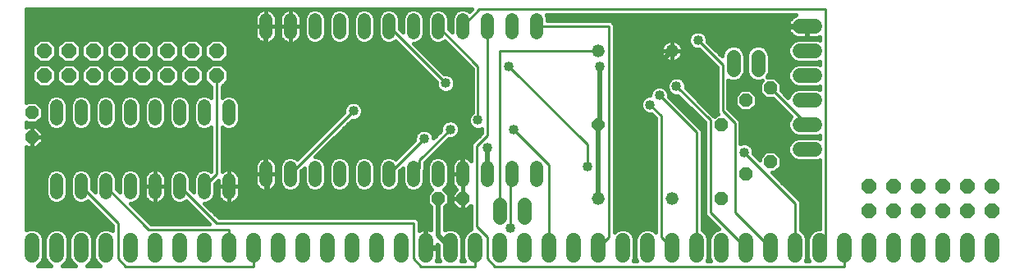
<source format=gbl>
G75*
%MOIN*%
%OFA0B0*%
%FSLAX24Y24*%
%IPPOS*%
%LPD*%
%AMOC8*
5,1,8,0,0,1.08239X$1,22.5*
%
%ADD10C,0.0520*%
%ADD11C,0.0600*%
%ADD12OC8,0.0600*%
%ADD13OC8,0.0520*%
%ADD14C,0.0520*%
%ADD15C,0.0560*%
%ADD16OC8,0.0515*%
%ADD17C,0.0200*%
%ADD18C,0.0400*%
%ADD19C,0.0160*%
%ADD20C,0.0100*%
D10*
X001680Y003420D02*
X001680Y003940D01*
X002680Y003940D02*
X002680Y003420D01*
X003680Y003420D02*
X003680Y003940D01*
X004680Y003940D02*
X004680Y003420D01*
X005680Y003420D02*
X005680Y003940D01*
X006680Y003940D02*
X006680Y003420D01*
X007680Y003420D02*
X007680Y003940D01*
X008680Y003940D02*
X008680Y003420D01*
X010180Y003920D02*
X010180Y004440D01*
X011180Y004440D02*
X011180Y003920D01*
X012180Y003920D02*
X012180Y004440D01*
X013180Y004440D02*
X013180Y003920D01*
X014180Y003920D02*
X014180Y004440D01*
X015180Y004440D02*
X015180Y003920D01*
X016180Y003920D02*
X016180Y004440D01*
X017180Y004440D02*
X017180Y003920D01*
X018180Y003920D02*
X018180Y004440D01*
X019180Y004440D02*
X019180Y003920D01*
X020180Y003920D02*
X020180Y004440D01*
X021180Y004440D02*
X021180Y003920D01*
X008680Y006420D02*
X008680Y006940D01*
X007680Y006940D02*
X007680Y006420D01*
X006680Y006420D02*
X006680Y006940D01*
X005680Y006940D02*
X005680Y006420D01*
X004680Y006420D02*
X004680Y006940D01*
X003680Y006940D02*
X003680Y006420D01*
X002680Y006420D02*
X002680Y006940D01*
X001680Y006940D02*
X001680Y006420D01*
X010180Y009920D02*
X010180Y010440D01*
X011180Y010440D02*
X011180Y009920D01*
X012180Y009920D02*
X012180Y010440D01*
X013180Y010440D02*
X013180Y009920D01*
X014180Y009920D02*
X014180Y010440D01*
X015180Y010440D02*
X015180Y009920D01*
X016180Y009920D02*
X016180Y010440D01*
X017180Y010440D02*
X017180Y009920D01*
X018180Y009920D02*
X018180Y010440D01*
X019180Y010440D02*
X019180Y009920D01*
X020180Y009920D02*
X020180Y010440D01*
X021180Y010440D02*
X021180Y009920D01*
D11*
X031880Y010180D02*
X032480Y010180D01*
X032480Y009180D02*
X031880Y009180D01*
X031880Y008180D02*
X032480Y008180D01*
X032480Y007180D02*
X031880Y007180D01*
X031880Y006180D02*
X032480Y006180D01*
X032480Y005180D02*
X031880Y005180D01*
X031680Y001480D02*
X031680Y000880D01*
X030680Y000880D02*
X030680Y001480D01*
X029680Y001480D02*
X029680Y000880D01*
X028680Y000880D02*
X028680Y001480D01*
X027680Y001480D02*
X027680Y000880D01*
X026680Y000880D02*
X026680Y001480D01*
X025680Y001480D02*
X025680Y000880D01*
X024680Y000880D02*
X024680Y001480D01*
X023680Y001480D02*
X023680Y000880D01*
X022680Y000880D02*
X022680Y001480D01*
X021680Y001480D02*
X021680Y000880D01*
X020680Y000880D02*
X020680Y001480D01*
X019680Y001480D02*
X019680Y000880D01*
X018680Y000880D02*
X018680Y001480D01*
X017680Y001480D02*
X017680Y000880D01*
X016680Y000880D02*
X016680Y001480D01*
X015680Y001480D02*
X015680Y000880D01*
X014680Y000880D02*
X014680Y001480D01*
X013680Y001480D02*
X013680Y000880D01*
X012680Y000880D02*
X012680Y001480D01*
X011680Y001480D02*
X011680Y000880D01*
X010680Y000880D02*
X010680Y001480D01*
X009680Y001480D02*
X009680Y000880D01*
X008680Y000880D02*
X008680Y001480D01*
X007680Y001480D02*
X007680Y000880D01*
X006680Y000880D02*
X006680Y001480D01*
X005680Y001480D02*
X005680Y000880D01*
X004680Y000880D02*
X004680Y001480D01*
X003680Y001480D02*
X003680Y000880D01*
X002680Y000880D02*
X002680Y001480D01*
X001680Y001480D02*
X001680Y000880D01*
X000680Y000880D02*
X000680Y001480D01*
X032680Y001480D02*
X032680Y000880D01*
X033680Y000880D02*
X033680Y001480D01*
X034680Y001480D02*
X034680Y000880D01*
X035680Y000880D02*
X035680Y001480D01*
X036680Y001480D02*
X036680Y000880D01*
X037680Y000880D02*
X037680Y001480D01*
X038680Y001480D02*
X038680Y000880D01*
X039680Y000880D02*
X039680Y001480D01*
D12*
X039680Y002680D03*
X038680Y002680D03*
X037680Y002680D03*
X036680Y002680D03*
X035680Y002680D03*
X034680Y002680D03*
X034680Y003680D03*
X035680Y003680D03*
X036680Y003680D03*
X037680Y003680D03*
X038680Y003680D03*
X039680Y003680D03*
X008180Y008180D03*
X007180Y008180D03*
X006180Y008180D03*
X005180Y008180D03*
X004180Y008180D03*
X003180Y008180D03*
X002180Y008180D03*
X001180Y008180D03*
X001180Y009180D03*
X002180Y009180D03*
X003180Y009180D03*
X004180Y009180D03*
X005180Y009180D03*
X006180Y009180D03*
X007180Y009180D03*
X008180Y009180D03*
D13*
X000680Y006680D03*
X000680Y005680D03*
X017180Y003180D03*
X018180Y003180D03*
X028680Y003180D03*
X029680Y004180D03*
X030680Y004680D03*
X028680Y006180D03*
X029680Y007180D03*
X030680Y007680D03*
D14*
X026680Y009180D03*
X023680Y009180D03*
X023680Y003180D03*
X026680Y003180D03*
D15*
X020680Y002960D02*
X020680Y002400D01*
X019680Y002400D02*
X019680Y002960D01*
X029180Y008400D02*
X029180Y008960D01*
X030180Y008960D02*
X030180Y008400D01*
D16*
X023680Y006180D03*
D17*
X023743Y006243D01*
X023743Y008555D01*
X025618Y008118D02*
X026680Y009180D01*
X018430Y008118D02*
X018243Y007930D01*
X018243Y004993D01*
X018180Y004930D01*
X018180Y004180D01*
X019180Y004180D02*
X019180Y005243D01*
X018180Y004930D02*
X016993Y004930D01*
X016680Y004618D01*
X016680Y003430D01*
X010243Y003430D01*
X010243Y004118D01*
X010180Y004180D01*
X010180Y010180D01*
X023680Y006180D02*
X023680Y003180D01*
X017680Y001180D02*
X017180Y001680D01*
X017180Y003180D01*
X016680Y003430D02*
X016680Y001180D01*
D18*
X020118Y001993D03*
X023243Y004493D03*
X019180Y005243D03*
X020243Y005993D03*
X018805Y006368D03*
X017680Y005993D03*
X016618Y005618D03*
X013743Y006743D03*
X017493Y007868D03*
X018430Y008118D03*
X020055Y008555D03*
X023743Y008555D03*
X025618Y008118D03*
X026868Y007743D03*
X026180Y007368D03*
X025805Y006993D03*
X029618Y005055D03*
X027743Y009618D03*
D19*
X000952Y000473D02*
X000920Y000460D01*
X001440Y000460D01*
X001408Y000473D01*
X001273Y000608D01*
X001200Y000785D01*
X001200Y001575D01*
X001273Y001752D01*
X001408Y001887D01*
X001585Y001960D01*
X001775Y001960D01*
X001952Y001887D01*
X002087Y001752D01*
X002160Y001575D01*
X002160Y000785D01*
X002087Y000608D01*
X001952Y000473D01*
X001920Y000460D01*
X002440Y000460D01*
X002408Y000473D01*
X002273Y000608D01*
X002200Y000785D01*
X002200Y001575D01*
X002273Y001752D01*
X002408Y001887D01*
X002585Y001960D01*
X002775Y001960D01*
X002952Y001887D01*
X003087Y001752D01*
X003160Y001575D01*
X003160Y000785D01*
X003087Y000608D01*
X002952Y000473D01*
X002920Y000460D01*
X003440Y000460D01*
X003408Y000473D01*
X003273Y000608D01*
X003200Y000785D01*
X003200Y001575D01*
X003273Y001752D01*
X003408Y001887D01*
X003585Y001960D01*
X003775Y001960D01*
X003950Y001888D01*
X003950Y002085D01*
X002958Y003076D01*
X002929Y003047D01*
X002768Y002980D01*
X002592Y002980D01*
X002431Y003047D01*
X002307Y003171D01*
X002240Y003332D01*
X002240Y004028D01*
X002307Y004189D01*
X002431Y004313D01*
X002592Y004380D01*
X002768Y004380D01*
X002929Y004313D01*
X003053Y004189D01*
X003120Y004028D01*
X003120Y003565D01*
X003240Y003445D01*
X003240Y004028D01*
X003307Y004189D01*
X003431Y004313D01*
X003592Y004380D01*
X003768Y004380D01*
X003929Y004313D01*
X004053Y004189D01*
X004120Y004028D01*
X004120Y003565D01*
X004240Y003445D01*
X004240Y004028D01*
X004307Y004189D01*
X004431Y004313D01*
X004592Y004380D01*
X004768Y004380D01*
X004929Y004313D01*
X005053Y004189D01*
X005120Y004028D01*
X005120Y003332D01*
X005053Y003171D01*
X004929Y003047D01*
X004768Y002980D01*
X004705Y002980D01*
X005525Y002160D01*
X007875Y002160D01*
X006958Y003076D01*
X006929Y003047D01*
X006768Y002980D01*
X006592Y002980D01*
X006431Y003047D01*
X006307Y003171D01*
X006240Y003332D01*
X006240Y004028D01*
X006307Y004189D01*
X006431Y004313D01*
X006592Y004380D01*
X006768Y004380D01*
X006929Y004313D01*
X007053Y004189D01*
X007120Y004028D01*
X007120Y003565D01*
X007240Y003445D01*
X007240Y004028D01*
X007307Y004189D01*
X007431Y004313D01*
X007592Y004380D01*
X007768Y004380D01*
X007929Y004313D01*
X007950Y004292D01*
X007950Y006068D01*
X007929Y006047D01*
X007768Y005980D01*
X007592Y005980D01*
X007431Y006047D01*
X007307Y006171D01*
X007240Y006332D01*
X007240Y007028D01*
X007307Y007189D01*
X007431Y007313D01*
X007592Y007380D01*
X007768Y007380D01*
X007929Y007313D01*
X007950Y007292D01*
X007950Y007731D01*
X007700Y007981D01*
X007700Y008379D01*
X007981Y008660D01*
X008379Y008660D01*
X008660Y008379D01*
X008660Y007981D01*
X008410Y007731D01*
X008410Y007292D01*
X008431Y007313D01*
X008592Y007380D01*
X008768Y007380D01*
X008929Y007313D01*
X009053Y007189D01*
X009120Y007028D01*
X009120Y006332D01*
X009053Y006171D01*
X008929Y006047D01*
X008768Y005980D01*
X008592Y005980D01*
X008431Y006047D01*
X008410Y006068D01*
X008410Y004288D01*
X008449Y004316D01*
X008511Y004348D01*
X008577Y004369D01*
X008645Y004380D01*
X008680Y004380D01*
X008680Y003680D01*
X009120Y003680D01*
X009120Y003975D01*
X009109Y004043D01*
X009088Y004109D01*
X009056Y004171D01*
X009016Y004227D01*
X008967Y004276D01*
X008911Y004316D01*
X008849Y004348D01*
X008783Y004369D01*
X008715Y004380D01*
X008680Y004380D01*
X008680Y003680D01*
X008680Y003680D01*
X008680Y003680D01*
X009120Y003680D01*
X009120Y003385D01*
X009109Y003317D01*
X009088Y003251D01*
X009056Y003189D01*
X009016Y003133D01*
X008967Y003084D01*
X008911Y003044D01*
X008849Y003012D01*
X008783Y002991D01*
X008715Y002980D01*
X008680Y002980D01*
X008680Y003680D01*
X008680Y003680D01*
X008680Y003680D01*
X008240Y003680D01*
X008240Y003915D01*
X008120Y003795D01*
X008120Y003332D01*
X008053Y003171D01*
X007929Y003047D01*
X007768Y002980D01*
X007705Y002980D01*
X008275Y002410D01*
X016275Y002410D01*
X016410Y002275D01*
X016410Y001877D01*
X016428Y001891D01*
X016496Y001925D01*
X016568Y001948D01*
X016642Y001960D01*
X016660Y001960D01*
X016660Y001200D01*
X016700Y001200D01*
X016700Y001960D01*
X016718Y001960D01*
X016792Y001948D01*
X016864Y001925D01*
X016900Y001907D01*
X016900Y002838D01*
X016740Y002998D01*
X016740Y003362D01*
X016928Y003550D01*
X016807Y003671D01*
X016740Y003832D01*
X016740Y004528D01*
X016807Y004689D01*
X016931Y004813D01*
X017092Y004880D01*
X017268Y004880D01*
X017429Y004813D01*
X017553Y004689D01*
X017620Y004528D01*
X017620Y003832D01*
X017553Y003671D01*
X017432Y003550D01*
X017620Y003362D01*
X017620Y002998D01*
X017460Y002838D01*
X017460Y001908D01*
X017585Y001960D01*
X017775Y001960D01*
X017952Y001887D01*
X018087Y001752D01*
X018160Y001575D01*
X018160Y000785D01*
X018108Y000660D01*
X018252Y000660D01*
X018200Y000785D01*
X018200Y001575D01*
X018273Y001752D01*
X018408Y001887D01*
X018533Y001939D01*
X018513Y001960D01*
X018513Y002890D01*
X018362Y002740D01*
X018180Y002740D01*
X018180Y003180D01*
X018180Y003180D01*
X018180Y004180D01*
X018180Y004180D01*
X018180Y004880D01*
X018215Y004880D01*
X018283Y004869D01*
X018349Y004848D01*
X018411Y004816D01*
X018467Y004776D01*
X018513Y004730D01*
X018513Y005400D01*
X018950Y005838D01*
X018950Y006016D01*
X018881Y005988D01*
X018729Y005988D01*
X018590Y006045D01*
X018483Y006152D01*
X018425Y006292D01*
X018425Y006443D01*
X018483Y006583D01*
X018575Y006675D01*
X018575Y008460D01*
X017458Y009576D01*
X017429Y009547D01*
X017268Y009480D01*
X017092Y009480D01*
X016931Y009547D01*
X016807Y009671D01*
X016740Y009832D01*
X016740Y010528D01*
X016807Y010689D01*
X016931Y010813D01*
X017092Y010880D01*
X017268Y010880D01*
X017429Y010813D01*
X017553Y010689D01*
X017620Y010528D01*
X017620Y010065D01*
X017740Y009945D01*
X017740Y010528D01*
X017807Y010689D01*
X017931Y010813D01*
X018092Y010880D01*
X018268Y010880D01*
X018429Y010813D01*
X018458Y010784D01*
X018571Y010896D01*
X000460Y010896D01*
X000460Y007082D01*
X000498Y007120D01*
X000862Y007120D01*
X001120Y006862D01*
X001120Y006498D01*
X000862Y006240D01*
X000498Y006240D01*
X000460Y006278D01*
X000460Y006082D01*
X000498Y006120D01*
X000680Y006120D01*
X000680Y005680D01*
X000680Y005680D01*
X001120Y005680D01*
X001120Y005862D01*
X000862Y006120D01*
X000680Y006120D01*
X000680Y005680D01*
X000680Y005680D01*
X001120Y005680D01*
X001120Y005498D01*
X000862Y005240D01*
X000680Y005240D01*
X000680Y005680D01*
X000680Y005680D01*
X000680Y005240D01*
X000498Y005240D01*
X000460Y005278D01*
X000460Y001908D01*
X000585Y001960D01*
X000775Y001960D01*
X000952Y001887D01*
X001087Y001752D01*
X001160Y001575D01*
X001160Y000785D01*
X001087Y000608D01*
X000952Y000473D01*
X000976Y000497D02*
X001384Y000497D01*
X001253Y000656D02*
X001107Y000656D01*
X001160Y000814D02*
X001200Y000814D01*
X001200Y000973D02*
X001160Y000973D01*
X001160Y001131D02*
X001200Y001131D01*
X001200Y001290D02*
X001160Y001290D01*
X001160Y001448D02*
X001200Y001448D01*
X001213Y001607D02*
X001147Y001607D01*
X001074Y001765D02*
X001286Y001765D01*
X001496Y001924D02*
X000864Y001924D01*
X000496Y001924D02*
X000460Y001924D01*
X000460Y002082D02*
X003950Y002082D01*
X003794Y002241D02*
X000460Y002241D01*
X000460Y002399D02*
X003636Y002399D01*
X003477Y002558D02*
X000460Y002558D01*
X000460Y002716D02*
X003319Y002716D01*
X003160Y002875D02*
X000460Y002875D01*
X000460Y003033D02*
X001465Y003033D01*
X001431Y003047D02*
X001592Y002980D01*
X001768Y002980D01*
X001929Y003047D01*
X002053Y003171D01*
X002120Y003332D01*
X002120Y004028D01*
X002053Y004189D01*
X001929Y004313D01*
X001768Y004380D01*
X001592Y004380D01*
X001431Y004313D01*
X001307Y004189D01*
X001240Y004028D01*
X001240Y003332D01*
X001307Y003171D01*
X001431Y003047D01*
X001895Y003033D02*
X002465Y003033D01*
X002895Y003033D02*
X003002Y003033D01*
X002298Y003192D02*
X002062Y003192D01*
X002120Y003350D02*
X002240Y003350D01*
X002240Y003509D02*
X002120Y003509D01*
X002120Y003667D02*
X002240Y003667D01*
X002240Y003826D02*
X002120Y003826D01*
X002120Y003984D02*
X002240Y003984D01*
X002288Y004143D02*
X002072Y004143D01*
X001941Y004301D02*
X002419Y004301D01*
X002941Y004301D02*
X003419Y004301D01*
X003288Y004143D02*
X003072Y004143D01*
X003120Y003984D02*
X003240Y003984D01*
X003240Y003826D02*
X003120Y003826D01*
X003120Y003667D02*
X003240Y003667D01*
X003240Y003509D02*
X003177Y003509D01*
X004120Y003667D02*
X004240Y003667D01*
X004240Y003826D02*
X004120Y003826D01*
X004120Y003984D02*
X004240Y003984D01*
X004288Y004143D02*
X004072Y004143D01*
X003941Y004301D02*
X004419Y004301D01*
X004941Y004301D02*
X005428Y004301D01*
X005449Y004316D02*
X005393Y004276D01*
X005344Y004227D01*
X005304Y004171D01*
X005272Y004109D01*
X005251Y004043D01*
X005240Y003975D01*
X005240Y003680D01*
X005680Y003680D01*
X006120Y003680D01*
X006120Y003975D01*
X006109Y004043D01*
X006088Y004109D01*
X006056Y004171D01*
X006016Y004227D01*
X005967Y004276D01*
X005911Y004316D01*
X005849Y004348D01*
X005783Y004369D01*
X005715Y004380D01*
X005680Y004380D01*
X005680Y003680D01*
X005680Y003680D01*
X005680Y003680D01*
X006120Y003680D01*
X006120Y003385D01*
X006109Y003317D01*
X006088Y003251D01*
X006056Y003189D01*
X006016Y003133D01*
X005967Y003084D01*
X005911Y003044D01*
X005849Y003012D01*
X005783Y002991D01*
X005715Y002980D01*
X005680Y002980D01*
X005680Y003680D01*
X005680Y003680D01*
X005680Y003680D01*
X005680Y004380D01*
X005645Y004380D01*
X005577Y004369D01*
X005511Y004348D01*
X005449Y004316D01*
X005680Y004301D02*
X005680Y004301D01*
X005680Y004143D02*
X005680Y004143D01*
X005680Y003984D02*
X005680Y003984D01*
X005289Y004143D02*
X005072Y004143D01*
X005120Y003984D02*
X005241Y003984D01*
X005240Y003826D02*
X005120Y003826D01*
X005120Y003667D02*
X005240Y003667D01*
X005240Y003680D02*
X005240Y003385D01*
X005251Y003317D01*
X005272Y003251D01*
X005304Y003189D01*
X005344Y003133D01*
X005393Y003084D01*
X005449Y003044D01*
X005511Y003012D01*
X005577Y002991D01*
X005645Y002980D01*
X005680Y002980D01*
X005680Y003680D01*
X005240Y003680D01*
X005680Y003667D02*
X005680Y003667D01*
X005680Y003826D02*
X005680Y003826D01*
X006120Y003826D02*
X006240Y003826D01*
X006240Y003667D02*
X006120Y003667D01*
X006120Y003509D02*
X006240Y003509D01*
X006240Y003350D02*
X006114Y003350D01*
X006057Y003192D02*
X006298Y003192D01*
X006465Y003033D02*
X005890Y003033D01*
X005680Y003033D02*
X005680Y003033D01*
X005470Y003033D02*
X004895Y003033D01*
X004811Y002875D02*
X007160Y002875D01*
X007002Y003033D02*
X006895Y003033D01*
X007319Y002716D02*
X004969Y002716D01*
X005128Y002558D02*
X007477Y002558D01*
X007636Y002399D02*
X005286Y002399D01*
X005445Y002241D02*
X007794Y002241D01*
X008128Y002558D02*
X016900Y002558D01*
X016900Y002716D02*
X007969Y002716D01*
X007811Y002875D02*
X016863Y002875D01*
X016740Y003033D02*
X008890Y003033D01*
X008680Y003033D02*
X008680Y003033D01*
X008680Y002980D02*
X008680Y003680D01*
X008240Y003680D01*
X008240Y003385D01*
X008251Y003317D01*
X008272Y003251D01*
X008304Y003189D01*
X008344Y003133D01*
X008393Y003084D01*
X008449Y003044D01*
X008511Y003012D01*
X008577Y002991D01*
X008645Y002980D01*
X008680Y002980D01*
X008470Y003033D02*
X007895Y003033D01*
X008062Y003192D02*
X008303Y003192D01*
X008246Y003350D02*
X008120Y003350D01*
X008120Y003509D02*
X008240Y003509D01*
X008680Y003509D02*
X008680Y003509D01*
X008680Y003350D02*
X008680Y003350D01*
X008680Y003192D02*
X008680Y003192D01*
X009057Y003192D02*
X016740Y003192D01*
X016740Y003350D02*
X009114Y003350D01*
X009120Y003509D02*
X010023Y003509D01*
X010011Y003512D02*
X010077Y003491D01*
X010145Y003480D01*
X010180Y003480D01*
X010215Y003480D01*
X010283Y003491D01*
X010349Y003512D01*
X010411Y003544D01*
X010467Y003584D01*
X010516Y003633D01*
X010556Y003689D01*
X010588Y003751D01*
X010609Y003817D01*
X010620Y003885D01*
X010620Y004180D01*
X010620Y004475D01*
X010609Y004543D01*
X010588Y004609D01*
X010556Y004671D01*
X010516Y004727D01*
X010467Y004776D01*
X010411Y004816D01*
X010349Y004848D01*
X010283Y004869D01*
X010215Y004880D01*
X010180Y004880D01*
X010180Y004180D01*
X010620Y004180D01*
X010180Y004180D01*
X010180Y004180D01*
X010180Y004180D01*
X010180Y003480D01*
X010180Y004180D01*
X010180Y004180D01*
X010180Y004180D01*
X009740Y004180D01*
X009740Y004475D01*
X009751Y004543D01*
X009772Y004609D01*
X009804Y004671D01*
X009844Y004727D01*
X009893Y004776D01*
X009949Y004816D01*
X010011Y004848D01*
X010077Y004869D01*
X010145Y004880D01*
X010180Y004880D01*
X010180Y004180D01*
X009740Y004180D01*
X009740Y003885D01*
X009751Y003817D01*
X009772Y003751D01*
X009804Y003689D01*
X009844Y003633D01*
X009893Y003584D01*
X009949Y003544D01*
X010011Y003512D01*
X010180Y003509D02*
X010180Y003509D01*
X010337Y003509D02*
X011024Y003509D01*
X011092Y003480D02*
X010931Y003547D01*
X010807Y003671D01*
X010740Y003832D01*
X010740Y004528D01*
X010807Y004689D01*
X010931Y004813D01*
X011092Y004880D01*
X011268Y004880D01*
X011429Y004813D01*
X011458Y004784D01*
X013363Y006688D01*
X013363Y006818D01*
X013420Y006958D01*
X013527Y007065D01*
X013667Y007122D01*
X013818Y007122D01*
X013958Y007065D01*
X014065Y006958D01*
X014122Y006818D01*
X014122Y006667D01*
X014065Y006527D01*
X013958Y006420D01*
X013818Y006363D01*
X013688Y006363D01*
X012205Y004880D01*
X012268Y004880D01*
X012429Y004813D01*
X012553Y004689D01*
X012620Y004528D01*
X012620Y003832D01*
X012553Y003671D01*
X012429Y003547D01*
X012268Y003480D01*
X012092Y003480D01*
X011931Y003547D01*
X011807Y003671D01*
X011740Y003832D01*
X011740Y004415D01*
X011620Y004295D01*
X011620Y003832D01*
X011553Y003671D01*
X011429Y003547D01*
X011268Y003480D01*
X011092Y003480D01*
X011336Y003509D02*
X012024Y003509D01*
X012336Y003509D02*
X013024Y003509D01*
X013092Y003480D02*
X012931Y003547D01*
X012807Y003671D01*
X012740Y003832D01*
X012740Y004528D01*
X012807Y004689D01*
X012931Y004813D01*
X013092Y004880D01*
X013268Y004880D01*
X013429Y004813D01*
X013553Y004689D01*
X013620Y004528D01*
X013620Y003832D01*
X013553Y003671D01*
X013429Y003547D01*
X013268Y003480D01*
X013092Y003480D01*
X013336Y003509D02*
X014024Y003509D01*
X014092Y003480D02*
X014268Y003480D01*
X014429Y003547D01*
X014553Y003671D01*
X014620Y003832D01*
X014620Y004528D01*
X014553Y004689D01*
X014429Y004813D01*
X014268Y004880D01*
X014092Y004880D01*
X013931Y004813D01*
X013807Y004689D01*
X013740Y004528D01*
X013740Y003832D01*
X013807Y003671D01*
X013931Y003547D01*
X014092Y003480D01*
X014336Y003509D02*
X015024Y003509D01*
X015092Y003480D02*
X015268Y003480D01*
X015429Y003547D01*
X015553Y003671D01*
X015620Y003832D01*
X015620Y004295D01*
X015740Y004415D01*
X015740Y003832D01*
X015807Y003671D01*
X015931Y003547D01*
X016092Y003480D01*
X016268Y003480D01*
X016429Y003547D01*
X016553Y003671D01*
X016620Y003832D01*
X016620Y004295D01*
X016660Y004335D01*
X016660Y004647D01*
X017625Y005613D01*
X017756Y005613D01*
X017895Y005670D01*
X018002Y005777D01*
X018060Y005917D01*
X018060Y006068D01*
X018002Y006208D01*
X017895Y006315D01*
X017756Y006372D01*
X017604Y006372D01*
X017465Y006315D01*
X017358Y006208D01*
X017300Y006068D01*
X017300Y005938D01*
X016997Y005635D01*
X016997Y005693D01*
X016940Y005833D01*
X016833Y005940D01*
X016693Y005997D01*
X016542Y005997D01*
X016402Y005940D01*
X016295Y005833D01*
X016238Y005693D01*
X016238Y005563D01*
X015458Y004784D01*
X015429Y004813D01*
X015268Y004880D01*
X015092Y004880D01*
X014931Y004813D01*
X014807Y004689D01*
X014740Y004528D01*
X014740Y003832D01*
X014807Y003671D01*
X014931Y003547D01*
X015092Y003480D01*
X015336Y003509D02*
X016024Y003509D01*
X016336Y003509D02*
X016886Y003509D01*
X017474Y003509D02*
X017886Y003509D01*
X017933Y003555D02*
X017740Y003362D01*
X017740Y003180D01*
X018180Y003180D01*
X018180Y003620D01*
X018180Y004180D01*
X018180Y004180D01*
X018180Y004180D01*
X017740Y004180D01*
X017740Y004475D01*
X017751Y004543D01*
X017772Y004609D01*
X017804Y004671D01*
X017844Y004727D01*
X017893Y004776D01*
X017949Y004816D01*
X018011Y004848D01*
X018077Y004869D01*
X018145Y004880D01*
X018180Y004880D01*
X018180Y004180D01*
X017740Y004180D01*
X017740Y003885D01*
X017751Y003817D01*
X017772Y003751D01*
X017804Y003689D01*
X017844Y003633D01*
X017893Y003584D01*
X017933Y003555D01*
X017820Y003667D02*
X017549Y003667D01*
X017617Y003826D02*
X017749Y003826D01*
X018180Y003826D02*
X018180Y003826D01*
X018180Y003667D02*
X018180Y003667D01*
X018180Y003509D02*
X018180Y003509D01*
X018180Y003350D02*
X018180Y003350D01*
X018180Y003192D02*
X018180Y003192D01*
X018180Y003180D02*
X018180Y003180D01*
X018180Y003180D01*
X018180Y002740D01*
X017998Y002740D01*
X017740Y002998D01*
X017740Y003180D01*
X018180Y003180D01*
X018180Y003033D02*
X018180Y003033D01*
X018180Y002875D02*
X018180Y002875D01*
X018497Y002875D02*
X018513Y002875D01*
X018513Y002716D02*
X017460Y002716D01*
X017460Y002558D02*
X018513Y002558D01*
X018513Y002399D02*
X017460Y002399D01*
X016900Y002399D02*
X016286Y002399D01*
X016410Y002241D02*
X016900Y002241D01*
X016900Y002082D02*
X016410Y002082D01*
X016410Y001924D02*
X016493Y001924D01*
X016660Y001924D02*
X016700Y001924D01*
X016700Y001765D02*
X016660Y001765D01*
X016660Y001607D02*
X016700Y001607D01*
X016700Y001448D02*
X016660Y001448D01*
X016660Y001290D02*
X016700Y001290D01*
X016700Y001200D02*
X017160Y001200D01*
X017160Y001304D01*
X017200Y001264D01*
X017200Y000785D01*
X017252Y000660D01*
X017107Y000660D01*
X017125Y000696D01*
X017148Y000768D01*
X017160Y000842D01*
X017160Y001160D01*
X016700Y001160D01*
X016700Y001200D01*
X017160Y001131D02*
X017200Y001131D01*
X017200Y000973D02*
X017160Y000973D01*
X017156Y000814D02*
X017200Y000814D01*
X018160Y000814D02*
X018200Y000814D01*
X018200Y000973D02*
X018160Y000973D01*
X018160Y001131D02*
X018200Y001131D01*
X018200Y001290D02*
X018160Y001290D01*
X018160Y001448D02*
X018200Y001448D01*
X018213Y001607D02*
X018147Y001607D01*
X018074Y001765D02*
X018286Y001765D01*
X018496Y001924D02*
X017864Y001924D01*
X017496Y001924D02*
X017460Y001924D01*
X016900Y001924D02*
X016867Y001924D01*
X017460Y002082D02*
X018513Y002082D01*
X018513Y002241D02*
X017460Y002241D01*
X017497Y002875D02*
X017863Y002875D01*
X017740Y003033D02*
X017620Y003033D01*
X017620Y003192D02*
X017740Y003192D01*
X017740Y003350D02*
X017620Y003350D01*
X016811Y003667D02*
X016549Y003667D01*
X016617Y003826D02*
X016743Y003826D01*
X016740Y003984D02*
X016620Y003984D01*
X016620Y004143D02*
X016740Y004143D01*
X016740Y004301D02*
X016626Y004301D01*
X016660Y004460D02*
X016740Y004460D01*
X016777Y004618D02*
X016660Y004618D01*
X016789Y004777D02*
X016894Y004777D01*
X016948Y004935D02*
X018513Y004935D01*
X018513Y004777D02*
X018465Y004777D01*
X018180Y004777D02*
X018180Y004777D01*
X017895Y004777D02*
X017466Y004777D01*
X017583Y004618D02*
X017777Y004618D01*
X017740Y004460D02*
X017620Y004460D01*
X018180Y004460D02*
X018180Y004460D01*
X018180Y004618D02*
X018180Y004618D01*
X018180Y004301D02*
X018180Y004301D01*
X018180Y004143D02*
X018180Y004143D01*
X018180Y003984D02*
X018180Y003984D01*
X017740Y003984D02*
X017620Y003984D01*
X017620Y004143D02*
X017740Y004143D01*
X017740Y004301D02*
X017620Y004301D01*
X015740Y004301D02*
X015626Y004301D01*
X015620Y004143D02*
X015740Y004143D01*
X015740Y003984D02*
X015620Y003984D01*
X015617Y003826D02*
X015743Y003826D01*
X015811Y003667D02*
X015549Y003667D01*
X014811Y003667D02*
X014549Y003667D01*
X014617Y003826D02*
X014743Y003826D01*
X014740Y003984D02*
X014620Y003984D01*
X014620Y004143D02*
X014740Y004143D01*
X014740Y004301D02*
X014620Y004301D01*
X014620Y004460D02*
X014740Y004460D01*
X014777Y004618D02*
X014583Y004618D01*
X014466Y004777D02*
X014894Y004777D01*
X015610Y004935D02*
X012260Y004935D01*
X012419Y005094D02*
X015768Y005094D01*
X015927Y005252D02*
X012577Y005252D01*
X012736Y005411D02*
X016085Y005411D01*
X016238Y005569D02*
X012894Y005569D01*
X013053Y005728D02*
X016252Y005728D01*
X016349Y005886D02*
X013211Y005886D01*
X013370Y006045D02*
X017300Y006045D01*
X017356Y006203D02*
X013528Y006203D01*
X013687Y006362D02*
X017578Y006362D01*
X017782Y006362D02*
X018425Y006362D01*
X018457Y006520D02*
X014057Y006520D01*
X014122Y006679D02*
X018575Y006679D01*
X018575Y006837D02*
X014115Y006837D01*
X014027Y006996D02*
X018575Y006996D01*
X018575Y007154D02*
X009068Y007154D01*
X009120Y006996D02*
X013458Y006996D01*
X013370Y006837D02*
X009120Y006837D01*
X009120Y006679D02*
X013353Y006679D01*
X013195Y006520D02*
X009120Y006520D01*
X009120Y006362D02*
X013036Y006362D01*
X012878Y006203D02*
X009066Y006203D01*
X008923Y006045D02*
X012719Y006045D01*
X012561Y005886D02*
X008410Y005886D01*
X008410Y005728D02*
X012402Y005728D01*
X012244Y005569D02*
X008410Y005569D01*
X007950Y005569D02*
X001120Y005569D01*
X001120Y005728D02*
X007950Y005728D01*
X007950Y005886D02*
X001096Y005886D01*
X001431Y006047D02*
X001592Y005980D01*
X001768Y005980D01*
X001929Y006047D01*
X002053Y006171D01*
X002120Y006332D01*
X002120Y007028D01*
X002053Y007189D01*
X001929Y007313D01*
X001768Y007380D01*
X001592Y007380D01*
X001431Y007313D01*
X001307Y007189D01*
X001240Y007028D01*
X001240Y006332D01*
X001307Y006171D01*
X001431Y006047D01*
X001437Y006045D02*
X000938Y006045D01*
X000680Y006045D02*
X000680Y006045D01*
X000460Y006203D02*
X001294Y006203D01*
X001240Y006362D02*
X000984Y006362D01*
X001120Y006520D02*
X001240Y006520D01*
X001240Y006679D02*
X001120Y006679D01*
X001120Y006837D02*
X001240Y006837D01*
X001240Y006996D02*
X000987Y006996D01*
X001292Y007154D02*
X000460Y007154D01*
X000460Y007313D02*
X001430Y007313D01*
X001930Y007313D02*
X002430Y007313D01*
X002431Y007313D02*
X002307Y007189D01*
X002240Y007028D01*
X002240Y006332D01*
X002307Y006171D01*
X002431Y006047D01*
X002592Y005980D01*
X002768Y005980D01*
X002929Y006047D01*
X003053Y006171D01*
X003120Y006332D01*
X003120Y007028D01*
X003053Y007189D01*
X002929Y007313D01*
X002768Y007380D01*
X002592Y007380D01*
X002431Y007313D01*
X002292Y007154D02*
X002068Y007154D01*
X002120Y006996D02*
X002240Y006996D01*
X002240Y006837D02*
X002120Y006837D01*
X002120Y006679D02*
X002240Y006679D01*
X002240Y006520D02*
X002120Y006520D01*
X002120Y006362D02*
X002240Y006362D01*
X002294Y006203D02*
X002066Y006203D01*
X001923Y006045D02*
X002437Y006045D01*
X002923Y006045D02*
X003437Y006045D01*
X003431Y006047D02*
X003592Y005980D01*
X003768Y005980D01*
X003929Y006047D01*
X004053Y006171D01*
X004120Y006332D01*
X004120Y007028D01*
X004053Y007189D01*
X003929Y007313D01*
X003768Y007380D01*
X003592Y007380D01*
X003431Y007313D01*
X003307Y007189D01*
X003240Y007028D01*
X003240Y006332D01*
X003307Y006171D01*
X003431Y006047D01*
X003294Y006203D02*
X003066Y006203D01*
X003120Y006362D02*
X003240Y006362D01*
X003240Y006520D02*
X003120Y006520D01*
X003120Y006679D02*
X003240Y006679D01*
X003240Y006837D02*
X003120Y006837D01*
X003120Y006996D02*
X003240Y006996D01*
X003292Y007154D02*
X003068Y007154D01*
X002930Y007313D02*
X003430Y007313D01*
X003930Y007313D02*
X004430Y007313D01*
X004431Y007313D02*
X004307Y007189D01*
X004240Y007028D01*
X004240Y006332D01*
X004307Y006171D01*
X004431Y006047D01*
X004592Y005980D01*
X004768Y005980D01*
X004929Y006047D01*
X005053Y006171D01*
X005120Y006332D01*
X005120Y007028D01*
X005053Y007189D01*
X004929Y007313D01*
X004768Y007380D01*
X004592Y007380D01*
X004431Y007313D01*
X004292Y007154D02*
X004068Y007154D01*
X004120Y006996D02*
X004240Y006996D01*
X004240Y006837D02*
X004120Y006837D01*
X004120Y006679D02*
X004240Y006679D01*
X004240Y006520D02*
X004120Y006520D01*
X004120Y006362D02*
X004240Y006362D01*
X004294Y006203D02*
X004066Y006203D01*
X003923Y006045D02*
X004437Y006045D01*
X004923Y006045D02*
X005437Y006045D01*
X005431Y006047D02*
X005592Y005980D01*
X005768Y005980D01*
X005929Y006047D01*
X006053Y006171D01*
X006120Y006332D01*
X006120Y007028D01*
X006053Y007189D01*
X005929Y007313D01*
X005768Y007380D01*
X005592Y007380D01*
X005431Y007313D01*
X005307Y007189D01*
X005240Y007028D01*
X005240Y006332D01*
X005307Y006171D01*
X005431Y006047D01*
X005294Y006203D02*
X005066Y006203D01*
X005120Y006362D02*
X005240Y006362D01*
X005240Y006520D02*
X005120Y006520D01*
X005120Y006679D02*
X005240Y006679D01*
X005240Y006837D02*
X005120Y006837D01*
X005120Y006996D02*
X005240Y006996D01*
X005292Y007154D02*
X005068Y007154D01*
X004930Y007313D02*
X005430Y007313D01*
X005930Y007313D02*
X006430Y007313D01*
X006431Y007313D02*
X006307Y007189D01*
X006240Y007028D01*
X006240Y006332D01*
X006307Y006171D01*
X006431Y006047D01*
X006592Y005980D01*
X006768Y005980D01*
X006929Y006047D01*
X007053Y006171D01*
X007120Y006332D01*
X007120Y007028D01*
X007053Y007189D01*
X006929Y007313D01*
X006768Y007380D01*
X006592Y007380D01*
X006431Y007313D01*
X006930Y007313D02*
X007430Y007313D01*
X007930Y007313D02*
X007950Y007313D01*
X007950Y007471D02*
X000460Y007471D01*
X000460Y007630D02*
X007950Y007630D01*
X007893Y007788D02*
X007467Y007788D01*
X007379Y007700D02*
X006981Y007700D01*
X006700Y007981D01*
X006700Y008379D01*
X006981Y008660D01*
X007379Y008660D01*
X007660Y008379D01*
X007660Y007981D01*
X007379Y007700D01*
X007625Y007947D02*
X007735Y007947D01*
X007700Y008105D02*
X007660Y008105D01*
X007660Y008264D02*
X007700Y008264D01*
X007743Y008422D02*
X007617Y008422D01*
X007458Y008581D02*
X007902Y008581D01*
X007981Y008700D02*
X008379Y008700D01*
X008660Y008981D01*
X008660Y009379D01*
X008379Y009660D01*
X007981Y009660D01*
X007700Y009379D01*
X007700Y008981D01*
X007981Y008700D01*
X007942Y008739D02*
X007418Y008739D01*
X007379Y008700D02*
X007660Y008981D01*
X007660Y009379D01*
X007379Y009660D01*
X006981Y009660D01*
X006700Y009379D01*
X006700Y008981D01*
X006981Y008700D01*
X007379Y008700D01*
X007576Y008898D02*
X007784Y008898D01*
X007700Y009056D02*
X007660Y009056D01*
X007660Y009215D02*
X007700Y009215D01*
X007700Y009373D02*
X007660Y009373D01*
X007507Y009532D02*
X007853Y009532D01*
X008507Y009532D02*
X009973Y009532D01*
X009949Y009544D02*
X010011Y009512D01*
X010077Y009491D01*
X010145Y009480D01*
X010180Y009480D01*
X010215Y009480D01*
X010283Y009491D01*
X010349Y009512D01*
X010411Y009544D01*
X010467Y009584D01*
X010516Y009633D01*
X010556Y009689D01*
X010588Y009751D01*
X010609Y009817D01*
X010620Y009885D01*
X010620Y010180D01*
X010620Y010475D01*
X010609Y010543D01*
X010588Y010609D01*
X010556Y010671D01*
X010516Y010727D01*
X010467Y010776D01*
X010411Y010816D01*
X010349Y010848D01*
X010283Y010869D01*
X010215Y010880D01*
X010180Y010880D01*
X010180Y010180D01*
X010620Y010180D01*
X010180Y010180D01*
X010180Y010180D01*
X010180Y010180D01*
X010180Y009480D01*
X010180Y010180D01*
X010180Y010180D01*
X010180Y010180D01*
X009740Y010180D01*
X009740Y010475D01*
X009751Y010543D01*
X009772Y010609D01*
X009804Y010671D01*
X009844Y010727D01*
X009893Y010776D01*
X009949Y010816D01*
X010011Y010848D01*
X010077Y010869D01*
X010145Y010880D01*
X010180Y010880D01*
X010180Y010180D01*
X009740Y010180D01*
X009740Y009885D01*
X009751Y009817D01*
X009772Y009751D01*
X009804Y009689D01*
X009844Y009633D01*
X009893Y009584D01*
X009949Y009544D01*
X009803Y009690D02*
X000460Y009690D01*
X000460Y009849D02*
X009746Y009849D01*
X010180Y009849D02*
X010180Y009849D01*
X010180Y009690D02*
X010180Y009690D01*
X010557Y009690D02*
X010803Y009690D01*
X010804Y009689D02*
X010844Y009633D01*
X010893Y009584D01*
X010949Y009544D01*
X011011Y009512D01*
X011077Y009491D01*
X011145Y009480D01*
X011180Y009480D01*
X011215Y009480D01*
X011283Y009491D01*
X011349Y009512D01*
X011411Y009544D01*
X011467Y009584D01*
X011516Y009633D01*
X011556Y009689D01*
X011588Y009751D01*
X011609Y009817D01*
X011620Y009885D01*
X011620Y010180D01*
X011620Y010475D01*
X011609Y010543D01*
X011588Y010609D01*
X011556Y010671D01*
X011516Y010727D01*
X011467Y010776D01*
X011411Y010816D01*
X011349Y010848D01*
X011283Y010869D01*
X011215Y010880D01*
X011180Y010880D01*
X011180Y010180D01*
X011620Y010180D01*
X011180Y010180D01*
X011180Y010180D01*
X011180Y010180D01*
X011180Y009480D01*
X011180Y010180D01*
X011180Y010180D01*
X011180Y010180D01*
X010740Y010180D01*
X010740Y010475D01*
X010751Y010543D01*
X010772Y010609D01*
X010804Y010671D01*
X010844Y010727D01*
X010893Y010776D01*
X010949Y010816D01*
X011011Y010848D01*
X011077Y010869D01*
X011145Y010880D01*
X011180Y010880D01*
X011180Y010180D01*
X010740Y010180D01*
X010740Y009885D01*
X010751Y009817D01*
X010772Y009751D01*
X010804Y009689D01*
X010746Y009849D02*
X010614Y009849D01*
X010620Y010007D02*
X010740Y010007D01*
X010740Y010166D02*
X010620Y010166D01*
X010620Y010324D02*
X010740Y010324D01*
X011180Y010324D02*
X011180Y010324D01*
X011180Y010166D02*
X011180Y010166D01*
X011180Y010007D02*
X011180Y010007D01*
X011620Y010007D02*
X011740Y010007D01*
X011740Y010166D02*
X011620Y010166D01*
X011620Y010324D02*
X011740Y010324D01*
X011740Y010483D02*
X011619Y010483D01*
X011740Y010528D02*
X011807Y010689D01*
X011931Y010813D01*
X012092Y010880D01*
X012268Y010880D01*
X012429Y010813D01*
X012553Y010689D01*
X012620Y010528D01*
X012620Y009832D01*
X012553Y009671D01*
X012429Y009547D01*
X012268Y009480D01*
X012092Y009480D01*
X011931Y009547D01*
X011807Y009671D01*
X011740Y009832D01*
X011740Y010528D01*
X011787Y010641D02*
X011571Y010641D01*
X011180Y010641D02*
X011180Y010641D01*
X011180Y010483D02*
X011180Y010483D01*
X010789Y010641D02*
X010571Y010641D01*
X010619Y010483D02*
X010741Y010483D01*
X010180Y010483D02*
X010180Y010483D01*
X010180Y010641D02*
X010180Y010641D01*
X009789Y010641D02*
X000460Y010641D01*
X000460Y010483D02*
X009741Y010483D01*
X009740Y010324D02*
X000460Y010324D01*
X000460Y010166D02*
X009740Y010166D01*
X009740Y010007D02*
X000460Y010007D01*
X000981Y009660D02*
X000700Y009379D01*
X000700Y008981D01*
X000981Y008700D01*
X001379Y008700D01*
X001660Y008981D01*
X001660Y009379D01*
X001379Y009660D01*
X000981Y009660D01*
X000853Y009532D02*
X000460Y009532D01*
X000460Y009373D02*
X000700Y009373D01*
X000700Y009215D02*
X000460Y009215D01*
X000460Y009056D02*
X000700Y009056D01*
X000784Y008898D02*
X000460Y008898D01*
X000460Y008739D02*
X000942Y008739D01*
X000981Y008660D02*
X000700Y008379D01*
X000700Y007981D01*
X000981Y007700D01*
X001379Y007700D01*
X001660Y007981D01*
X001660Y008379D01*
X001379Y008660D01*
X000981Y008660D01*
X000902Y008581D02*
X000460Y008581D01*
X000460Y008422D02*
X000743Y008422D01*
X000700Y008264D02*
X000460Y008264D01*
X000460Y008105D02*
X000700Y008105D01*
X000735Y007947D02*
X000460Y007947D01*
X000460Y007788D02*
X000893Y007788D01*
X001467Y007788D02*
X001893Y007788D01*
X001981Y007700D02*
X002379Y007700D01*
X002660Y007981D01*
X002660Y008379D01*
X002379Y008660D01*
X001981Y008660D01*
X001700Y008379D01*
X001700Y007981D01*
X001981Y007700D01*
X001735Y007947D02*
X001625Y007947D01*
X001660Y008105D02*
X001700Y008105D01*
X001700Y008264D02*
X001660Y008264D01*
X001617Y008422D02*
X001743Y008422D01*
X001902Y008581D02*
X001458Y008581D01*
X001418Y008739D02*
X001942Y008739D01*
X001981Y008700D02*
X002379Y008700D01*
X002660Y008981D01*
X002660Y009379D01*
X002379Y009660D01*
X001981Y009660D01*
X001700Y009379D01*
X001700Y008981D01*
X001981Y008700D01*
X002418Y008739D02*
X002942Y008739D01*
X002981Y008700D02*
X003379Y008700D01*
X003660Y008981D01*
X003660Y009379D01*
X003379Y009660D01*
X002981Y009660D01*
X002700Y009379D01*
X002700Y008981D01*
X002981Y008700D01*
X002981Y008660D02*
X002700Y008379D01*
X002700Y007981D01*
X002981Y007700D01*
X003379Y007700D01*
X003660Y007981D01*
X003660Y008379D01*
X003379Y008660D01*
X002981Y008660D01*
X002902Y008581D02*
X002458Y008581D01*
X002617Y008422D02*
X002743Y008422D01*
X002700Y008264D02*
X002660Y008264D01*
X002660Y008105D02*
X002700Y008105D01*
X002735Y007947D02*
X002625Y007947D01*
X002467Y007788D02*
X002893Y007788D01*
X003467Y007788D02*
X003893Y007788D01*
X003981Y007700D02*
X004379Y007700D01*
X004660Y007981D01*
X004660Y008379D01*
X004379Y008660D01*
X003981Y008660D01*
X003700Y008379D01*
X003700Y007981D01*
X003981Y007700D01*
X004467Y007788D02*
X004893Y007788D01*
X004981Y007700D02*
X005379Y007700D01*
X005660Y007981D01*
X005660Y008379D01*
X005379Y008660D01*
X004981Y008660D01*
X004700Y008379D01*
X004700Y007981D01*
X004981Y007700D01*
X005467Y007788D02*
X005893Y007788D01*
X005981Y007700D02*
X006379Y007700D01*
X006660Y007981D01*
X006660Y008379D01*
X006379Y008660D01*
X005981Y008660D01*
X005700Y008379D01*
X005700Y007981D01*
X005981Y007700D01*
X006467Y007788D02*
X006893Y007788D01*
X006735Y007947D02*
X006625Y007947D01*
X006660Y008105D02*
X006700Y008105D01*
X006700Y008264D02*
X006660Y008264D01*
X006617Y008422D02*
X006743Y008422D01*
X006902Y008581D02*
X006458Y008581D01*
X006379Y008700D02*
X005981Y008700D01*
X005700Y008981D01*
X005700Y009379D01*
X005981Y009660D01*
X006379Y009660D01*
X006660Y009379D01*
X006660Y008981D01*
X006379Y008700D01*
X006418Y008739D02*
X006942Y008739D01*
X006784Y008898D02*
X006576Y008898D01*
X006660Y009056D02*
X006700Y009056D01*
X006700Y009215D02*
X006660Y009215D01*
X006660Y009373D02*
X006700Y009373D01*
X006853Y009532D02*
X006507Y009532D01*
X005853Y009532D02*
X005507Y009532D01*
X005379Y009660D02*
X005660Y009379D01*
X005660Y008981D01*
X005379Y008700D01*
X004981Y008700D01*
X004700Y008981D01*
X004700Y009379D01*
X004981Y009660D01*
X005379Y009660D01*
X004853Y009532D02*
X004507Y009532D01*
X004379Y009660D02*
X004660Y009379D01*
X004660Y008981D01*
X004379Y008700D01*
X003981Y008700D01*
X003700Y008981D01*
X003700Y009379D01*
X003981Y009660D01*
X004379Y009660D01*
X003853Y009532D02*
X003507Y009532D01*
X003660Y009373D02*
X003700Y009373D01*
X003700Y009215D02*
X003660Y009215D01*
X003660Y009056D02*
X003700Y009056D01*
X003784Y008898D02*
X003576Y008898D01*
X003418Y008739D02*
X003942Y008739D01*
X003902Y008581D02*
X003458Y008581D01*
X003617Y008422D02*
X003743Y008422D01*
X004458Y008581D02*
X004902Y008581D01*
X004942Y008739D02*
X004418Y008739D01*
X004576Y008898D02*
X004784Y008898D01*
X004700Y009056D02*
X004660Y009056D01*
X004660Y009215D02*
X004700Y009215D01*
X004700Y009373D02*
X004660Y009373D01*
X005660Y009373D02*
X005700Y009373D01*
X005700Y009215D02*
X005660Y009215D01*
X005660Y009056D02*
X005700Y009056D01*
X005784Y008898D02*
X005576Y008898D01*
X005418Y008739D02*
X005942Y008739D01*
X005902Y008581D02*
X005458Y008581D01*
X005617Y008422D02*
X005743Y008422D01*
X005700Y008264D02*
X005660Y008264D01*
X005660Y008105D02*
X005700Y008105D01*
X005735Y007947D02*
X005625Y007947D01*
X004735Y007947D02*
X004625Y007947D01*
X004660Y008105D02*
X004700Y008105D01*
X004700Y008264D02*
X004660Y008264D01*
X004617Y008422D02*
X004743Y008422D01*
X003700Y008264D02*
X003660Y008264D01*
X003660Y008105D02*
X003700Y008105D01*
X003735Y007947D02*
X003625Y007947D01*
X006068Y007154D02*
X006292Y007154D01*
X006240Y006996D02*
X006120Y006996D01*
X006120Y006837D02*
X006240Y006837D01*
X006240Y006679D02*
X006120Y006679D01*
X006120Y006520D02*
X006240Y006520D01*
X006240Y006362D02*
X006120Y006362D01*
X006066Y006203D02*
X006294Y006203D01*
X006437Y006045D02*
X005923Y006045D01*
X006923Y006045D02*
X007437Y006045D01*
X007294Y006203D02*
X007066Y006203D01*
X007120Y006362D02*
X007240Y006362D01*
X007240Y006520D02*
X007120Y006520D01*
X007120Y006679D02*
X007240Y006679D01*
X007240Y006837D02*
X007120Y006837D01*
X007120Y006996D02*
X007240Y006996D01*
X007292Y007154D02*
X007068Y007154D01*
X008410Y007313D02*
X008430Y007313D01*
X008410Y007471D02*
X018575Y007471D01*
X018575Y007313D02*
X008930Y007313D01*
X008410Y007630D02*
X017193Y007630D01*
X017170Y007652D02*
X017277Y007545D01*
X017417Y007488D01*
X017568Y007488D01*
X017708Y007545D01*
X017815Y007652D01*
X017872Y007792D01*
X017872Y007943D01*
X017815Y008083D01*
X017708Y008190D01*
X017568Y008247D01*
X017438Y008247D01*
X016205Y009480D01*
X016268Y009480D01*
X016429Y009547D01*
X016553Y009671D01*
X016620Y009832D01*
X016620Y010528D01*
X016553Y010689D01*
X016429Y010813D01*
X016268Y010880D01*
X016092Y010880D01*
X015931Y010813D01*
X015807Y010689D01*
X015740Y010528D01*
X015740Y009945D01*
X015620Y010065D01*
X015620Y010528D01*
X015553Y010689D01*
X015429Y010813D01*
X015268Y010880D01*
X015092Y010880D01*
X014931Y010813D01*
X014807Y010689D01*
X014740Y010528D01*
X014740Y009832D01*
X014807Y009671D01*
X014931Y009547D01*
X015092Y009480D01*
X015268Y009480D01*
X015429Y009547D01*
X015458Y009576D01*
X017113Y007922D01*
X017113Y007792D01*
X017170Y007652D01*
X017114Y007788D02*
X008467Y007788D01*
X008625Y007947D02*
X017088Y007947D01*
X016930Y008105D02*
X008660Y008105D01*
X008660Y008264D02*
X016771Y008264D01*
X017422Y008264D02*
X018575Y008264D01*
X018575Y008105D02*
X017792Y008105D01*
X017871Y007947D02*
X018575Y007947D01*
X018575Y007788D02*
X017871Y007788D01*
X017792Y007630D02*
X018575Y007630D01*
X018575Y008422D02*
X017263Y008422D01*
X017105Y008581D02*
X018454Y008581D01*
X018296Y008739D02*
X016946Y008739D01*
X016454Y008581D02*
X008458Y008581D01*
X008418Y008739D02*
X016296Y008739D01*
X016137Y008898D02*
X008576Y008898D01*
X008660Y009056D02*
X015979Y009056D01*
X016629Y009056D02*
X017979Y009056D01*
X018137Y008898D02*
X016788Y008898D01*
X016471Y009215D02*
X017820Y009215D01*
X017662Y009373D02*
X016312Y009373D01*
X016392Y009532D02*
X016968Y009532D01*
X017392Y009532D02*
X017503Y009532D01*
X016799Y009690D02*
X016561Y009690D01*
X016620Y009849D02*
X016740Y009849D01*
X016740Y010007D02*
X016620Y010007D01*
X016620Y010166D02*
X016740Y010166D01*
X016740Y010324D02*
X016620Y010324D01*
X016620Y010483D02*
X016740Y010483D01*
X016787Y010641D02*
X016573Y010641D01*
X016443Y010800D02*
X016917Y010800D01*
X017443Y010800D02*
X017917Y010800D01*
X017787Y010641D02*
X017573Y010641D01*
X017620Y010483D02*
X017740Y010483D01*
X017740Y010324D02*
X017620Y010324D01*
X017620Y010166D02*
X017740Y010166D01*
X017740Y010007D02*
X017678Y010007D01*
X015740Y010007D02*
X015678Y010007D01*
X015620Y010166D02*
X015740Y010166D01*
X015740Y010324D02*
X015620Y010324D01*
X015620Y010483D02*
X015740Y010483D01*
X015787Y010641D02*
X015573Y010641D01*
X015443Y010800D02*
X015917Y010800D01*
X014917Y010800D02*
X014443Y010800D01*
X014429Y010813D02*
X014268Y010880D01*
X014092Y010880D01*
X013931Y010813D01*
X013807Y010689D01*
X013740Y010528D01*
X013740Y009832D01*
X013807Y009671D01*
X013931Y009547D01*
X014092Y009480D01*
X014268Y009480D01*
X014429Y009547D01*
X014553Y009671D01*
X014620Y009832D01*
X014620Y010528D01*
X014553Y010689D01*
X014429Y010813D01*
X013917Y010800D02*
X013443Y010800D01*
X013429Y010813D02*
X013268Y010880D01*
X013092Y010880D01*
X012931Y010813D01*
X012807Y010689D01*
X012740Y010528D01*
X012740Y009832D01*
X012807Y009671D01*
X012931Y009547D01*
X013092Y009480D01*
X013268Y009480D01*
X013429Y009547D01*
X013553Y009671D01*
X013620Y009832D01*
X013620Y010528D01*
X013553Y010689D01*
X013429Y010813D01*
X012917Y010800D02*
X012443Y010800D01*
X011917Y010800D02*
X011434Y010800D01*
X011180Y010800D02*
X011180Y010800D01*
X010926Y010800D02*
X010434Y010800D01*
X010180Y010800D02*
X010180Y010800D01*
X009926Y010800D02*
X000460Y010800D01*
X001507Y009532D02*
X001853Y009532D01*
X001700Y009373D02*
X001660Y009373D01*
X001660Y009215D02*
X001700Y009215D01*
X001700Y009056D02*
X001660Y009056D01*
X001576Y008898D02*
X001784Y008898D01*
X002576Y008898D02*
X002784Y008898D01*
X002700Y009056D02*
X002660Y009056D01*
X002660Y009215D02*
X002700Y009215D01*
X002700Y009373D02*
X002660Y009373D01*
X002507Y009532D02*
X002853Y009532D01*
X008660Y009373D02*
X015662Y009373D01*
X015820Y009215D02*
X008660Y009215D01*
X010180Y009532D02*
X010180Y009532D01*
X010387Y009532D02*
X010973Y009532D01*
X011180Y009532D02*
X011180Y009532D01*
X011387Y009532D02*
X011968Y009532D01*
X012392Y009532D02*
X012968Y009532D01*
X013392Y009532D02*
X013968Y009532D01*
X014392Y009532D02*
X014968Y009532D01*
X015392Y009532D02*
X015503Y009532D01*
X014799Y009690D02*
X014561Y009690D01*
X014620Y009849D02*
X014740Y009849D01*
X014740Y010007D02*
X014620Y010007D01*
X014620Y010166D02*
X014740Y010166D01*
X014740Y010324D02*
X014620Y010324D01*
X014620Y010483D02*
X014740Y010483D01*
X014787Y010641D02*
X014573Y010641D01*
X013787Y010641D02*
X013573Y010641D01*
X013620Y010483D02*
X013740Y010483D01*
X013740Y010324D02*
X013620Y010324D01*
X013620Y010166D02*
X013740Y010166D01*
X013740Y010007D02*
X013620Y010007D01*
X013620Y009849D02*
X013740Y009849D01*
X013799Y009690D02*
X013561Y009690D01*
X012799Y009690D02*
X012561Y009690D01*
X012620Y009849D02*
X012740Y009849D01*
X012740Y010007D02*
X012620Y010007D01*
X012620Y010166D02*
X012740Y010166D01*
X012740Y010324D02*
X012620Y010324D01*
X012620Y010483D02*
X012740Y010483D01*
X012787Y010641D02*
X012573Y010641D01*
X010180Y010324D02*
X010180Y010324D01*
X010180Y010166D02*
X010180Y010166D01*
X010180Y010007D02*
X010180Y010007D01*
X011180Y009849D02*
X011180Y009849D01*
X011180Y009690D02*
X011180Y009690D01*
X011557Y009690D02*
X011799Y009690D01*
X011740Y009849D02*
X011614Y009849D01*
X008617Y008422D02*
X016613Y008422D01*
X021620Y010410D02*
X024022Y010410D01*
X024213Y010410D01*
X024347Y010275D01*
X024347Y001826D01*
X024408Y001887D01*
X024585Y001960D01*
X024775Y001960D01*
X024952Y001887D01*
X025087Y001752D01*
X025160Y001575D01*
X025160Y000785D01*
X025108Y000660D01*
X025252Y000660D01*
X025200Y000785D01*
X025200Y001575D01*
X025273Y001752D01*
X025408Y001887D01*
X025585Y001960D01*
X025775Y001960D01*
X025952Y001887D01*
X026013Y001826D01*
X026013Y006460D01*
X025860Y006613D01*
X025729Y006613D01*
X025590Y006670D01*
X025483Y006777D01*
X025425Y006917D01*
X025425Y007068D01*
X025483Y007208D01*
X025590Y007315D01*
X025729Y007372D01*
X025800Y007372D01*
X025800Y007443D01*
X025858Y007583D01*
X025965Y007690D01*
X026104Y007747D01*
X026256Y007747D01*
X026395Y007690D01*
X026502Y007583D01*
X026560Y007443D01*
X026560Y007313D01*
X027775Y006097D01*
X027910Y005963D01*
X027910Y001904D01*
X027952Y001887D01*
X028087Y001752D01*
X028160Y001575D01*
X028160Y000785D01*
X028108Y000660D01*
X028252Y000660D01*
X028200Y000785D01*
X028200Y001575D01*
X028273Y001752D01*
X028408Y001887D01*
X028578Y001957D01*
X028013Y002522D01*
X028013Y006272D01*
X026922Y007363D01*
X026792Y007363D01*
X026652Y007420D01*
X026545Y007527D01*
X026488Y007667D01*
X026488Y007818D01*
X026545Y007958D01*
X026652Y008065D01*
X026792Y008122D01*
X026943Y008122D01*
X027083Y008065D01*
X027190Y007958D01*
X027247Y007818D01*
X027247Y007688D01*
X028338Y006597D01*
X028407Y006529D01*
X028498Y006620D01*
X028540Y006620D01*
X028513Y006647D01*
X028513Y008522D01*
X027797Y009238D01*
X027667Y009238D01*
X027527Y009295D01*
X027420Y009402D01*
X027363Y009542D01*
X027363Y009693D01*
X027420Y009833D01*
X027527Y009940D01*
X027667Y009997D01*
X027818Y009997D01*
X027958Y009940D01*
X028065Y009833D01*
X028122Y009693D01*
X028122Y009563D01*
X028720Y008965D01*
X028720Y009051D01*
X028790Y009221D01*
X028919Y009350D01*
X029088Y009420D01*
X029271Y009420D01*
X029441Y009350D01*
X029570Y009221D01*
X029640Y009051D01*
X029640Y008308D01*
X029570Y008139D01*
X029441Y008010D01*
X029271Y007940D01*
X029088Y007940D01*
X028972Y007988D01*
X028972Y006838D01*
X029338Y006472D01*
X029472Y006338D01*
X029472Y005406D01*
X029542Y005435D01*
X029693Y005435D01*
X029833Y005377D01*
X029940Y005270D01*
X029997Y005131D01*
X029997Y005000D01*
X030240Y004758D01*
X030240Y004862D01*
X030498Y005120D01*
X030862Y005120D01*
X031120Y004862D01*
X031120Y004498D01*
X030862Y004240D01*
X030758Y004240D01*
X031775Y003222D01*
X031910Y003088D01*
X031910Y001904D01*
X031952Y001887D01*
X032087Y001752D01*
X032160Y001575D01*
X032160Y000785D01*
X032108Y000660D01*
X032252Y000660D01*
X032200Y000785D01*
X032200Y001575D01*
X032273Y001752D01*
X032408Y001887D01*
X032585Y001960D01*
X032700Y001960D01*
X032700Y004752D01*
X032575Y004700D01*
X031785Y004700D01*
X031608Y004773D01*
X031473Y004908D01*
X031400Y005085D01*
X031400Y005275D01*
X031473Y005452D01*
X031608Y005587D01*
X031785Y005660D01*
X032575Y005660D01*
X032700Y005608D01*
X032700Y005752D01*
X032575Y005700D01*
X031785Y005700D01*
X031608Y005773D01*
X031473Y005908D01*
X031400Y006085D01*
X031400Y006275D01*
X031473Y006452D01*
X031528Y006507D01*
X030795Y007240D01*
X030498Y007240D01*
X030240Y007498D01*
X030240Y007862D01*
X030350Y007973D01*
X030271Y007940D01*
X030088Y007940D01*
X029919Y008010D01*
X029790Y008139D01*
X029720Y008308D01*
X029720Y009051D01*
X029790Y009221D01*
X029919Y009350D01*
X030088Y009420D01*
X030271Y009420D01*
X030441Y009350D01*
X030570Y009221D01*
X030640Y009051D01*
X030640Y008308D01*
X030570Y008139D01*
X030551Y008120D01*
X030862Y008120D01*
X031120Y007862D01*
X031120Y007565D01*
X031403Y007282D01*
X031473Y007452D01*
X031608Y007587D01*
X031785Y007660D01*
X032575Y007660D01*
X032700Y007608D01*
X032700Y007752D01*
X032575Y007700D01*
X031785Y007700D01*
X031608Y007773D01*
X031473Y007908D01*
X031400Y008085D01*
X031400Y008275D01*
X031473Y008452D01*
X031608Y008587D01*
X031785Y008660D01*
X032575Y008660D01*
X032700Y008608D01*
X032700Y008752D01*
X032575Y008700D01*
X031785Y008700D01*
X031608Y008773D01*
X031473Y008908D01*
X031400Y009085D01*
X031400Y009275D01*
X031473Y009452D01*
X031608Y009587D01*
X031785Y009660D01*
X032575Y009660D01*
X032700Y009608D01*
X032700Y009753D01*
X032664Y009735D01*
X032592Y009712D01*
X032518Y009700D01*
X032200Y009700D01*
X032200Y010160D01*
X032160Y010160D01*
X032160Y009700D01*
X031842Y009700D01*
X031768Y009712D01*
X031696Y009735D01*
X031628Y009769D01*
X031567Y009814D01*
X031514Y009867D01*
X031469Y009928D01*
X031435Y009996D01*
X031412Y010068D01*
X031400Y010142D01*
X031400Y010160D01*
X032160Y010160D01*
X032160Y010200D01*
X031400Y010200D01*
X031400Y010218D01*
X031412Y010292D01*
X031435Y010364D01*
X031469Y010432D01*
X031514Y010493D01*
X031567Y010546D01*
X031628Y010591D01*
X031696Y010625D01*
X031735Y010638D01*
X021574Y010638D01*
X021620Y010528D01*
X021620Y010410D01*
X021620Y010483D02*
X031506Y010483D01*
X031422Y010324D02*
X024299Y010324D01*
X024347Y010166D02*
X032160Y010166D01*
X032160Y010007D02*
X032200Y010007D01*
X032200Y009849D02*
X032160Y009849D01*
X031533Y009849D02*
X028049Y009849D01*
X028122Y009690D02*
X032700Y009690D01*
X031553Y009532D02*
X028154Y009532D01*
X028312Y009373D02*
X028975Y009373D01*
X028788Y009215D02*
X028471Y009215D01*
X027820Y009215D02*
X027120Y009215D01*
X027109Y009283D01*
X027088Y009349D01*
X027056Y009411D01*
X027016Y009467D01*
X026967Y009516D01*
X026911Y009556D01*
X026849Y009588D01*
X026783Y009609D01*
X026715Y009620D01*
X026680Y009620D01*
X026680Y009180D01*
X026680Y009180D01*
X027120Y009180D01*
X027120Y009215D01*
X027120Y009180D02*
X026680Y009180D01*
X026680Y009180D01*
X026680Y009180D01*
X026240Y009180D01*
X026240Y009215D01*
X026251Y009283D01*
X026272Y009349D01*
X026304Y009411D01*
X026344Y009467D01*
X026393Y009516D01*
X026449Y009556D01*
X026511Y009588D01*
X026577Y009609D01*
X026645Y009620D01*
X026680Y009620D01*
X026680Y009180D01*
X026680Y008740D01*
X026715Y008740D01*
X026783Y008751D01*
X026849Y008772D01*
X026911Y008804D01*
X026967Y008844D01*
X027016Y008893D01*
X027056Y008949D01*
X027088Y009011D01*
X027109Y009077D01*
X027120Y009145D01*
X027120Y009180D01*
X027102Y009056D02*
X027979Y009056D01*
X028137Y008898D02*
X027019Y008898D01*
X026680Y008898D02*
X026680Y008898D01*
X026680Y009056D02*
X026680Y009056D01*
X026680Y009180D02*
X026680Y009180D01*
X026240Y009180D01*
X026240Y009145D01*
X026251Y009077D01*
X026272Y009011D01*
X026304Y008949D01*
X026344Y008893D01*
X026393Y008844D01*
X026449Y008804D01*
X026511Y008772D01*
X026577Y008751D01*
X026645Y008740D01*
X026680Y008740D01*
X026680Y009180D01*
X026680Y009215D02*
X026680Y009215D01*
X026680Y009373D02*
X026680Y009373D01*
X026680Y009532D02*
X026680Y009532D01*
X026945Y009532D02*
X027367Y009532D01*
X027450Y009373D02*
X027075Y009373D01*
X026415Y009532D02*
X024347Y009532D01*
X024347Y009373D02*
X026285Y009373D01*
X026240Y009215D02*
X024347Y009215D01*
X024347Y009056D02*
X026258Y009056D01*
X026341Y008898D02*
X024347Y008898D01*
X024347Y008739D02*
X028296Y008739D01*
X028454Y008581D02*
X024347Y008581D01*
X024347Y008422D02*
X028513Y008422D01*
X028513Y008264D02*
X024347Y008264D01*
X024347Y008105D02*
X026750Y008105D01*
X026985Y008105D02*
X028513Y008105D01*
X028513Y007947D02*
X027194Y007947D01*
X027247Y007788D02*
X028513Y007788D01*
X028513Y007630D02*
X027306Y007630D01*
X027464Y007471D02*
X028513Y007471D01*
X028513Y007313D02*
X027623Y007313D01*
X026972Y007313D02*
X026560Y007313D01*
X026548Y007471D02*
X026602Y007471D01*
X026503Y007630D02*
X026455Y007630D01*
X026488Y007788D02*
X024347Y007788D01*
X024347Y007630D02*
X025905Y007630D01*
X025812Y007471D02*
X024347Y007471D01*
X024347Y007313D02*
X025588Y007313D01*
X025461Y007154D02*
X024347Y007154D01*
X024347Y006996D02*
X025425Y006996D01*
X025458Y006837D02*
X024347Y006837D01*
X024347Y006679D02*
X025582Y006679D01*
X025952Y006520D02*
X024347Y006520D01*
X024347Y006362D02*
X026013Y006362D01*
X026013Y006203D02*
X024347Y006203D01*
X024347Y006045D02*
X026013Y006045D01*
X026013Y005886D02*
X024347Y005886D01*
X024347Y005728D02*
X026013Y005728D01*
X026013Y005569D02*
X024347Y005569D01*
X024347Y005411D02*
X026013Y005411D01*
X026013Y005252D02*
X024347Y005252D01*
X024347Y005094D02*
X026013Y005094D01*
X026013Y004935D02*
X024347Y004935D01*
X024347Y004777D02*
X026013Y004777D01*
X026013Y004618D02*
X024347Y004618D01*
X024347Y004460D02*
X026013Y004460D01*
X026013Y004301D02*
X024347Y004301D01*
X024347Y004143D02*
X026013Y004143D01*
X026013Y003984D02*
X024347Y003984D01*
X024347Y003826D02*
X026013Y003826D01*
X026013Y003667D02*
X024347Y003667D01*
X024347Y003509D02*
X026013Y003509D01*
X026013Y003350D02*
X024347Y003350D01*
X024347Y003192D02*
X026013Y003192D01*
X026013Y003033D02*
X024347Y003033D01*
X024347Y002875D02*
X026013Y002875D01*
X026013Y002716D02*
X024347Y002716D01*
X024347Y002558D02*
X026013Y002558D01*
X026013Y002399D02*
X024347Y002399D01*
X024347Y002241D02*
X026013Y002241D01*
X026013Y002082D02*
X024347Y002082D01*
X024347Y001924D02*
X024496Y001924D01*
X024864Y001924D02*
X025496Y001924D01*
X025286Y001765D02*
X025074Y001765D01*
X025147Y001607D02*
X025213Y001607D01*
X025200Y001448D02*
X025160Y001448D01*
X025160Y001290D02*
X025200Y001290D01*
X025200Y001131D02*
X025160Y001131D01*
X025160Y000973D02*
X025200Y000973D01*
X025200Y000814D02*
X025160Y000814D01*
X028160Y000814D02*
X028200Y000814D01*
X028200Y000973D02*
X028160Y000973D01*
X028160Y001131D02*
X028200Y001131D01*
X028200Y001290D02*
X028160Y001290D01*
X028160Y001448D02*
X028200Y001448D01*
X028213Y001607D02*
X028147Y001607D01*
X028074Y001765D02*
X028286Y001765D01*
X028496Y001924D02*
X027910Y001924D01*
X027910Y002082D02*
X028453Y002082D01*
X028294Y002241D02*
X027910Y002241D01*
X027910Y002399D02*
X028136Y002399D01*
X028013Y002558D02*
X027910Y002558D01*
X027910Y002716D02*
X028013Y002716D01*
X028013Y002875D02*
X027910Y002875D01*
X027910Y003033D02*
X028013Y003033D01*
X028013Y003192D02*
X027910Y003192D01*
X027910Y003350D02*
X028013Y003350D01*
X028013Y003509D02*
X027910Y003509D01*
X027910Y003667D02*
X028013Y003667D01*
X028013Y003826D02*
X027910Y003826D01*
X027910Y003984D02*
X028013Y003984D01*
X028013Y004143D02*
X027910Y004143D01*
X027910Y004301D02*
X028013Y004301D01*
X028013Y004460D02*
X027910Y004460D01*
X027910Y004618D02*
X028013Y004618D01*
X028013Y004777D02*
X027910Y004777D01*
X027910Y004935D02*
X028013Y004935D01*
X028013Y005094D02*
X027910Y005094D01*
X027910Y005252D02*
X028013Y005252D01*
X028013Y005411D02*
X027910Y005411D01*
X027910Y005569D02*
X028013Y005569D01*
X028013Y005728D02*
X027910Y005728D01*
X027910Y005886D02*
X028013Y005886D01*
X028013Y006045D02*
X027828Y006045D01*
X027670Y006203D02*
X028013Y006203D01*
X027923Y006362D02*
X027511Y006362D01*
X027353Y006520D02*
X027765Y006520D01*
X027606Y006679D02*
X027194Y006679D01*
X027036Y006837D02*
X027448Y006837D01*
X027289Y006996D02*
X026877Y006996D01*
X026719Y007154D02*
X027131Y007154D01*
X027781Y007154D02*
X028513Y007154D01*
X028513Y006996D02*
X027940Y006996D01*
X028098Y006837D02*
X028513Y006837D01*
X028973Y006837D02*
X029401Y006837D01*
X029498Y006740D02*
X029240Y006998D01*
X029240Y007362D01*
X029498Y007620D01*
X029862Y007620D01*
X030120Y007362D01*
X030120Y006998D01*
X029862Y006740D01*
X029498Y006740D01*
X029132Y006679D02*
X031356Y006679D01*
X031515Y006520D02*
X029290Y006520D01*
X029449Y006362D02*
X031436Y006362D01*
X031400Y006203D02*
X029472Y006203D01*
X029472Y006045D02*
X031417Y006045D01*
X031495Y005886D02*
X029472Y005886D01*
X029472Y005728D02*
X031718Y005728D01*
X031590Y005569D02*
X029472Y005569D01*
X029472Y005411D02*
X029483Y005411D01*
X029752Y005411D02*
X031456Y005411D01*
X031400Y005252D02*
X029947Y005252D01*
X029997Y005094D02*
X030471Y005094D01*
X030313Y004935D02*
X030063Y004935D01*
X030221Y004777D02*
X030240Y004777D01*
X031047Y004935D02*
X031462Y004935D01*
X031400Y005094D02*
X030889Y005094D01*
X031120Y004777D02*
X031605Y004777D01*
X031120Y004618D02*
X032700Y004618D01*
X032700Y004460D02*
X031082Y004460D01*
X030923Y004301D02*
X032700Y004301D01*
X032700Y004143D02*
X030855Y004143D01*
X031014Y003984D02*
X032700Y003984D01*
X032700Y003826D02*
X031172Y003826D01*
X031331Y003667D02*
X032700Y003667D01*
X032700Y003509D02*
X031489Y003509D01*
X031648Y003350D02*
X032700Y003350D01*
X032700Y003192D02*
X031806Y003192D01*
X031910Y003033D02*
X032700Y003033D01*
X032700Y002875D02*
X031910Y002875D01*
X031910Y002716D02*
X032700Y002716D01*
X032700Y002558D02*
X031910Y002558D01*
X031910Y002399D02*
X032700Y002399D01*
X032700Y002241D02*
X031910Y002241D01*
X031910Y002082D02*
X032700Y002082D01*
X032496Y001924D02*
X031910Y001924D01*
X032074Y001765D02*
X032286Y001765D01*
X032213Y001607D02*
X032147Y001607D01*
X032160Y001448D02*
X032200Y001448D01*
X032200Y001290D02*
X032160Y001290D01*
X032160Y001131D02*
X032200Y001131D01*
X032200Y000973D02*
X032160Y000973D01*
X032160Y000814D02*
X032200Y000814D01*
X026013Y001924D02*
X025864Y001924D01*
X017175Y001290D02*
X017160Y001290D01*
X013811Y003667D02*
X013549Y003667D01*
X013617Y003826D02*
X013743Y003826D01*
X013740Y003984D02*
X013620Y003984D01*
X013620Y004143D02*
X013740Y004143D01*
X013740Y004301D02*
X013620Y004301D01*
X013620Y004460D02*
X013740Y004460D01*
X013777Y004618D02*
X013583Y004618D01*
X013466Y004777D02*
X013894Y004777D01*
X012894Y004777D02*
X012466Y004777D01*
X012583Y004618D02*
X012777Y004618D01*
X012740Y004460D02*
X012620Y004460D01*
X012620Y004301D02*
X012740Y004301D01*
X012740Y004143D02*
X012620Y004143D01*
X012620Y003984D02*
X012740Y003984D01*
X012743Y003826D02*
X012617Y003826D01*
X012549Y003667D02*
X012811Y003667D01*
X011811Y003667D02*
X011549Y003667D01*
X011617Y003826D02*
X011743Y003826D01*
X011740Y003984D02*
X011620Y003984D01*
X011620Y004143D02*
X011740Y004143D01*
X011740Y004301D02*
X011626Y004301D01*
X010740Y004301D02*
X010620Y004301D01*
X010620Y004143D02*
X010740Y004143D01*
X010740Y003984D02*
X010620Y003984D01*
X010180Y003984D02*
X010180Y003984D01*
X010180Y004143D02*
X010180Y004143D01*
X010180Y004301D02*
X010180Y004301D01*
X009740Y004301D02*
X008932Y004301D01*
X009071Y004143D02*
X009740Y004143D01*
X009740Y003984D02*
X009119Y003984D01*
X008680Y003984D02*
X008680Y003984D01*
X008680Y004143D02*
X008680Y004143D01*
X008680Y004301D02*
X008680Y004301D01*
X008428Y004301D02*
X008410Y004301D01*
X007950Y004301D02*
X007941Y004301D01*
X007419Y004301D02*
X006941Y004301D01*
X007072Y004143D02*
X007288Y004143D01*
X007240Y003984D02*
X007120Y003984D01*
X007120Y003826D02*
X007240Y003826D01*
X007240Y003667D02*
X007120Y003667D01*
X007177Y003509D02*
X007240Y003509D01*
X008120Y003667D02*
X008240Y003667D01*
X008240Y003826D02*
X008151Y003826D01*
X008680Y003826D02*
X008680Y003826D01*
X008680Y003667D02*
X008680Y003667D01*
X009120Y003667D02*
X009820Y003667D01*
X009749Y003826D02*
X009120Y003826D01*
X010180Y003826D02*
X010180Y003826D01*
X010180Y003667D02*
X010180Y003667D01*
X010540Y003667D02*
X010811Y003667D01*
X010743Y003826D02*
X010611Y003826D01*
X010620Y004460D02*
X010740Y004460D01*
X010777Y004618D02*
X010583Y004618D01*
X010180Y004618D02*
X010180Y004618D01*
X010180Y004460D02*
X010180Y004460D01*
X009777Y004618D02*
X008410Y004618D01*
X008410Y004460D02*
X009740Y004460D01*
X009895Y004777D02*
X008410Y004777D01*
X008410Y004935D02*
X011610Y004935D01*
X011768Y005094D02*
X008410Y005094D01*
X007950Y005094D02*
X000460Y005094D01*
X000460Y004935D02*
X007950Y004935D01*
X007950Y004777D02*
X000460Y004777D01*
X000460Y004618D02*
X007950Y004618D01*
X007950Y004460D02*
X000460Y004460D01*
X000460Y004301D02*
X001419Y004301D01*
X001288Y004143D02*
X000460Y004143D01*
X000460Y003984D02*
X001240Y003984D01*
X001240Y003826D02*
X000460Y003826D01*
X000460Y003667D02*
X001240Y003667D01*
X001240Y003509D02*
X000460Y003509D01*
X000460Y003350D02*
X001240Y003350D01*
X001298Y003192D02*
X000460Y003192D01*
X004177Y003509D02*
X004240Y003509D01*
X005120Y003509D02*
X005240Y003509D01*
X005246Y003350D02*
X005120Y003350D01*
X005062Y003192D02*
X005303Y003192D01*
X005680Y003192D02*
X005680Y003192D01*
X005680Y003350D02*
X005680Y003350D01*
X005680Y003509D02*
X005680Y003509D01*
X006119Y003984D02*
X006240Y003984D01*
X006288Y004143D02*
X006071Y004143D01*
X005932Y004301D02*
X006419Y004301D01*
X007950Y005252D02*
X000874Y005252D01*
X000680Y005252D02*
X000680Y005252D01*
X000680Y005411D02*
X000680Y005411D01*
X000486Y005252D02*
X000460Y005252D01*
X001033Y005411D02*
X007950Y005411D01*
X008410Y005411D02*
X012085Y005411D01*
X011927Y005252D02*
X008410Y005252D01*
X010180Y004777D02*
X010180Y004777D01*
X010465Y004777D02*
X010894Y004777D01*
X008437Y006045D02*
X008410Y006045D01*
X007950Y006045D02*
X007923Y006045D01*
X000680Y005886D02*
X000680Y005886D01*
X000680Y005728D02*
X000680Y005728D01*
X000680Y005569D02*
X000680Y005569D01*
X001864Y001924D02*
X002496Y001924D01*
X002286Y001765D02*
X002074Y001765D01*
X002147Y001607D02*
X002213Y001607D01*
X002200Y001448D02*
X002160Y001448D01*
X002160Y001290D02*
X002200Y001290D01*
X002200Y001131D02*
X002160Y001131D01*
X002160Y000973D02*
X002200Y000973D01*
X002200Y000814D02*
X002160Y000814D01*
X002107Y000656D02*
X002253Y000656D01*
X002384Y000497D02*
X001976Y000497D01*
X002976Y000497D02*
X003384Y000497D01*
X003253Y000656D02*
X003107Y000656D01*
X003160Y000814D02*
X003200Y000814D01*
X003200Y000973D02*
X003160Y000973D01*
X003160Y001131D02*
X003200Y001131D01*
X003200Y001290D02*
X003160Y001290D01*
X003160Y001448D02*
X003200Y001448D01*
X003213Y001607D02*
X003147Y001607D01*
X003074Y001765D02*
X003286Y001765D01*
X003496Y001924D02*
X002864Y001924D01*
X003864Y001924D02*
X003950Y001924D01*
X017106Y005094D02*
X018513Y005094D01*
X018513Y005252D02*
X017265Y005252D01*
X017423Y005411D02*
X018523Y005411D01*
X018681Y005569D02*
X017582Y005569D01*
X017952Y005728D02*
X018840Y005728D01*
X018950Y005886D02*
X018047Y005886D01*
X018060Y006045D02*
X018592Y006045D01*
X018462Y006203D02*
X018004Y006203D01*
X017248Y005886D02*
X016886Y005886D01*
X016983Y005728D02*
X017090Y005728D01*
X024347Y007947D02*
X026541Y007947D01*
X028972Y007947D02*
X029073Y007947D01*
X028972Y007788D02*
X030240Y007788D01*
X030240Y007630D02*
X028972Y007630D01*
X028972Y007471D02*
X029349Y007471D01*
X029240Y007313D02*
X028972Y007313D01*
X028972Y007154D02*
X029240Y007154D01*
X029242Y006996D02*
X028972Y006996D01*
X028513Y006679D02*
X028257Y006679D01*
X029959Y006837D02*
X031198Y006837D01*
X031039Y006996D02*
X030118Y006996D01*
X030120Y007154D02*
X030881Y007154D01*
X030425Y007313D02*
X030120Y007313D01*
X030011Y007471D02*
X030267Y007471D01*
X031120Y007630D02*
X031711Y007630D01*
X031593Y007788D02*
X031120Y007788D01*
X031036Y007947D02*
X031457Y007947D01*
X031400Y008105D02*
X030877Y008105D01*
X030621Y008264D02*
X031400Y008264D01*
X031461Y008422D02*
X030640Y008422D01*
X030640Y008581D02*
X031602Y008581D01*
X031690Y008739D02*
X030640Y008739D01*
X030640Y008898D02*
X031484Y008898D01*
X031412Y009056D02*
X030638Y009056D01*
X030572Y009215D02*
X031400Y009215D01*
X031440Y009373D02*
X030385Y009373D01*
X029975Y009373D02*
X029385Y009373D01*
X029572Y009215D02*
X029788Y009215D01*
X029722Y009056D02*
X029638Y009056D01*
X029640Y008898D02*
X029720Y008898D01*
X029720Y008739D02*
X029640Y008739D01*
X029640Y008581D02*
X029720Y008581D01*
X029720Y008422D02*
X029640Y008422D01*
X029621Y008264D02*
X029739Y008264D01*
X029824Y008105D02*
X029536Y008105D01*
X029287Y007947D02*
X030073Y007947D01*
X030287Y007947D02*
X030324Y007947D01*
X031214Y007471D02*
X031492Y007471D01*
X031415Y007313D02*
X031373Y007313D01*
X032649Y007630D02*
X032700Y007630D01*
X032670Y008739D02*
X032700Y008739D01*
X028722Y009056D02*
X028629Y009056D01*
X027363Y009690D02*
X024347Y009690D01*
X024347Y009849D02*
X027436Y009849D01*
X024347Y010007D02*
X031432Y010007D01*
X018474Y010800D02*
X018443Y010800D01*
X032642Y005728D02*
X032700Y005728D01*
D20*
X032180Y006180D02*
X030680Y007680D01*
X029243Y006243D02*
X028743Y006743D01*
X028743Y008618D01*
X027743Y009618D01*
X024118Y010180D02*
X024118Y001618D01*
X023680Y001180D01*
X021680Y001180D02*
X021680Y004555D01*
X020243Y005993D01*
X019180Y005743D02*
X018743Y005305D01*
X018743Y002055D01*
X019180Y001618D01*
X019180Y000743D01*
X019493Y000430D01*
X033680Y000430D01*
X033680Y001180D01*
X032930Y001430D02*
X032680Y001180D01*
X032930Y001430D02*
X032930Y010868D01*
X018868Y010868D01*
X018180Y010180D01*
X017180Y010180D02*
X018805Y008555D01*
X018805Y006368D01*
X017680Y005993D02*
X016430Y004743D01*
X016430Y004430D01*
X016180Y004180D01*
X015180Y004180D02*
X016618Y005618D01*
X019180Y005743D02*
X019180Y010180D01*
X021180Y010180D02*
X024118Y010180D01*
X023680Y009180D02*
X019680Y009180D01*
X019680Y002680D01*
X020118Y001993D02*
X020118Y004118D01*
X020180Y004180D01*
X023243Y004493D02*
X023243Y005368D01*
X020055Y008555D01*
X017493Y007868D02*
X015180Y010180D01*
X008180Y008180D02*
X008180Y004180D01*
X007680Y003680D01*
X006680Y003680D02*
X008180Y002180D01*
X016180Y002180D01*
X016180Y000743D01*
X016493Y000430D01*
X018680Y000430D01*
X018680Y001180D01*
X026243Y001618D02*
X026680Y001180D01*
X027680Y001180D02*
X027680Y005868D01*
X026180Y007368D01*
X025805Y006993D02*
X026243Y006555D01*
X026243Y001618D01*
X028243Y002618D02*
X029680Y001180D01*
X030680Y001180D02*
X029243Y002618D01*
X029243Y006243D01*
X028243Y006368D02*
X028243Y002618D01*
X029618Y005055D02*
X031680Y002993D01*
X031680Y001180D01*
X028243Y006368D02*
X026868Y007743D01*
X013743Y006743D02*
X011180Y004180D01*
X004180Y002180D02*
X004180Y000743D01*
X004493Y000430D01*
X009680Y000430D01*
X009680Y001180D01*
X008680Y001180D02*
X008680Y001930D01*
X005430Y001930D01*
X003680Y003680D01*
X002680Y003680D02*
X004180Y002180D01*
M02*

</source>
